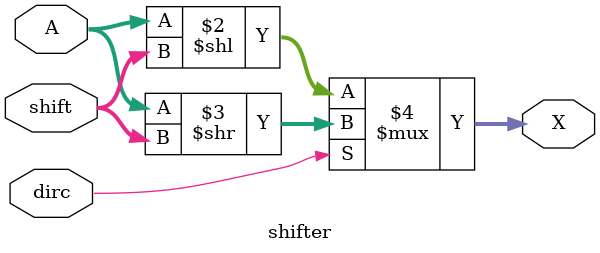
<source format=v>
module shifter (input wire [7:0]A, input wire [2:0]shift,
                input wire dirc, output wire [7:0]X);
  assign X = (dirc == 1'b0) ? (A << shift):(A >> shift);
endmodule
</source>
